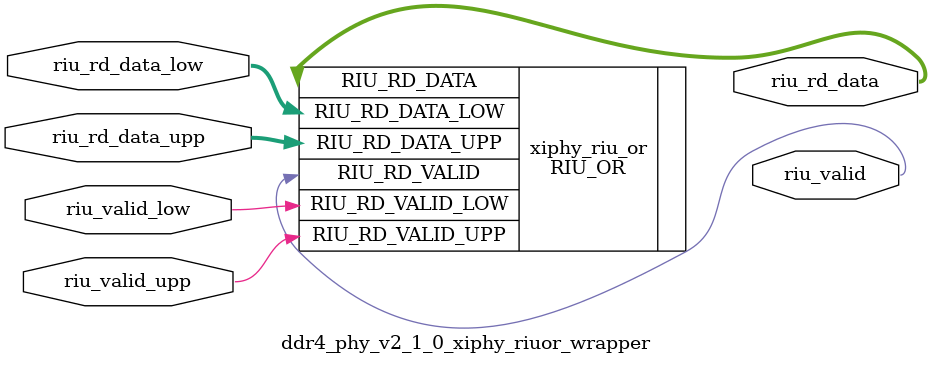
<source format=sv>

`timescale 1ps / 1ps

module ddr4_phy_v2_1_0_xiphy_riuor_wrapper # (
   parameter           SIM_DEVICE            = "ULTRASCALE"
) (
  input  [15:0]  riu_rd_data_low,    // Lower nibble RIU rd_data 
  input  [15:0]  riu_rd_data_upp,    // Upper nibble RIU rd_data 
  input          riu_valid_low,      // Lower nibble RIU riu2clb_valid 
  input          riu_valid_upp,      // Upper nibble RIU riu2clb_valid
  output [15:0]  riu_rd_data,        // ORed lower and upper RIU rd_data      
  output         riu_valid           // ORed lower and upper RIU write valid      
);

`ifdef ULTRASCALE_PHY_BLH
B_RIU_OR
`else
RIU_OR  # (
   .SIM_DEVICE   (SIM_DEVICE)
) 
`endif
  xiphy_riu_or
(
   .RIU_RD_DATA_LOW         (riu_rd_data_low),
   .RIU_RD_DATA_UPP         (riu_rd_data_upp),
   .RIU_RD_VALID_LOW        (riu_valid_low),
   .RIU_RD_VALID_UPP        (riu_valid_upp),
   .RIU_RD_DATA             (riu_rd_data),
   .RIU_RD_VALID            (riu_valid)
);

endmodule


</source>
